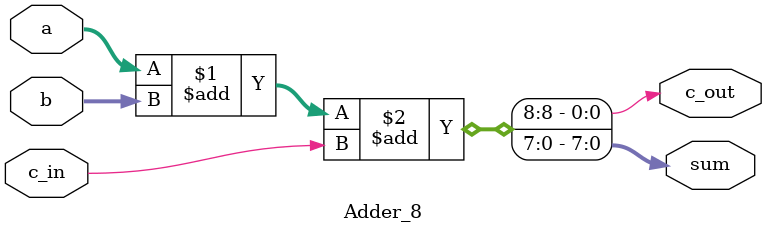
<source format=v>
module			Adder_8 (c_out, sum ,a, b, c_in);

output			c_out;
output	[7:0]	sum;
input	[7:0]	a;
input	[7:0]	b;
input			c_in;

assign {c_out, sum} = a + b + c_in;

endmodule




</source>
